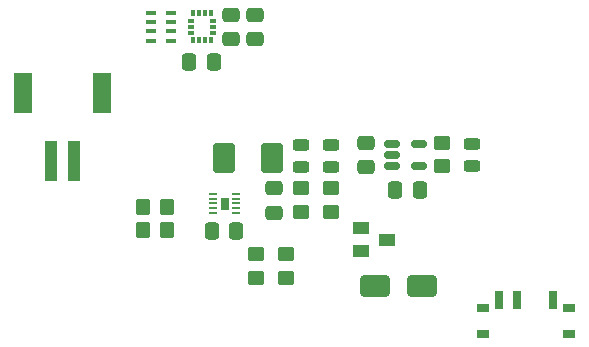
<source format=gbr>
%TF.GenerationSoftware,KiCad,Pcbnew,9.0.2*%
%TF.CreationDate,2025-11-18T20:52:18-03:00*%
%TF.ProjectId,Smart_insoles_2025_v1,536d6172-745f-4696-9e73-6f6c65735f32,rev?*%
%TF.SameCoordinates,Original*%
%TF.FileFunction,Paste,Bot*%
%TF.FilePolarity,Positive*%
%FSLAX46Y46*%
G04 Gerber Fmt 4.6, Leading zero omitted, Abs format (unit mm)*
G04 Created by KiCad (PCBNEW 9.0.2) date 2025-11-18 20:52:18*
%MOMM*%
%LPD*%
G01*
G04 APERTURE LIST*
G04 Aperture macros list*
%AMRoundRect*
0 Rectangle with rounded corners*
0 $1 Rounding radius*
0 $2 $3 $4 $5 $6 $7 $8 $9 X,Y pos of 4 corners*
0 Add a 4 corners polygon primitive as box body*
4,1,4,$2,$3,$4,$5,$6,$7,$8,$9,$2,$3,0*
0 Add four circle primitives for the rounded corners*
1,1,$1+$1,$2,$3*
1,1,$1+$1,$4,$5*
1,1,$1+$1,$6,$7*
1,1,$1+$1,$8,$9*
0 Add four rect primitives between the rounded corners*
20,1,$1+$1,$2,$3,$4,$5,0*
20,1,$1+$1,$4,$5,$6,$7,0*
20,1,$1+$1,$6,$7,$8,$9,0*
20,1,$1+$1,$8,$9,$2,$3,0*%
G04 Aperture macros list end*
%ADD10C,0.010000*%
%ADD11RoundRect,0.250000X0.337500X0.475000X-0.337500X0.475000X-0.337500X-0.475000X0.337500X-0.475000X0*%
%ADD12RoundRect,0.250000X0.450000X-0.350000X0.450000X0.350000X-0.450000X0.350000X-0.450000X-0.350000X0*%
%ADD13RoundRect,0.250000X0.350000X0.450000X-0.350000X0.450000X-0.350000X-0.450000X0.350000X-0.450000X0*%
%ADD14RoundRect,0.250000X-0.475000X0.337500X-0.475000X-0.337500X0.475000X-0.337500X0.475000X0.337500X0*%
%ADD15RoundRect,0.285750X0.666750X0.984250X-0.666750X0.984250X-0.666750X-0.984250X0.666750X-0.984250X0*%
%ADD16RoundRect,0.250000X1.000000X0.650000X-1.000000X0.650000X-1.000000X-0.650000X1.000000X-0.650000X0*%
%ADD17R,0.760000X0.220000*%
%ADD18R,1.000000X0.800000*%
%ADD19R,0.700000X1.500000*%
%ADD20RoundRect,0.250000X-0.337500X-0.475000X0.337500X-0.475000X0.337500X0.475000X-0.337500X0.475000X0*%
%ADD21R,0.900000X0.400000*%
%ADD22RoundRect,0.243750X-0.456250X0.243750X-0.456250X-0.243750X0.456250X-0.243750X0.456250X0.243750X0*%
%ADD23RoundRect,0.150000X-0.512500X-0.150000X0.512500X-0.150000X0.512500X0.150000X-0.512500X0.150000X0*%
%ADD24R,1.000000X3.500000*%
%ADD25R,1.500000X3.400000*%
%ADD26R,1.400000X1.000000*%
%ADD27R,0.350000X0.575000*%
%ADD28R,0.575000X0.350000*%
G04 APERTURE END LIST*
D10*
%TO.C,U7*%
X129550000Y-87750000D02*
X128980000Y-87750000D01*
X128980000Y-86800000D01*
X129550000Y-86800000D01*
X129550000Y-87750000D01*
G36*
X129550000Y-87750000D02*
G01*
X128980000Y-87750000D01*
X128980000Y-86800000D01*
X129550000Y-86800000D01*
X129550000Y-87750000D01*
G37*
%TD*%
D11*
%TO.C,C16*%
X130250000Y-89600000D03*
X128175000Y-89600000D03*
%TD*%
D12*
%TO.C,R25*%
X134425000Y-93600000D03*
X134425000Y-91600000D03*
%TD*%
D13*
%TO.C,R13*%
X124350000Y-89550000D03*
X122350000Y-89550000D03*
%TD*%
D14*
%TO.C,C15*%
X129830000Y-71317500D03*
X129830000Y-73392500D03*
%TD*%
D13*
%TO.C,R27*%
X124350000Y-87550000D03*
X122350000Y-87550000D03*
%TD*%
D15*
%TO.C,TH1*%
X133250000Y-83400000D03*
X129186000Y-83400000D03*
%TD*%
D11*
%TO.C,C24*%
X128330000Y-75317500D03*
X126255000Y-75317500D03*
%TD*%
D12*
%TO.C,R26*%
X131925000Y-93600000D03*
X131925000Y-91600000D03*
%TD*%
%TO.C,R28*%
X147700000Y-84150000D03*
X147700000Y-82150000D03*
%TD*%
D16*
%TO.C,D5*%
X145950000Y-94300000D03*
X141950000Y-94300000D03*
%TD*%
D17*
%TO.C,U7*%
X128280000Y-88075000D03*
X128280000Y-87675000D03*
X128280000Y-87275000D03*
X128280000Y-86875000D03*
X128280000Y-86475000D03*
X130250000Y-86475000D03*
X130250000Y-86875000D03*
X130250000Y-87275000D03*
X130250000Y-87675000D03*
X130250000Y-88075000D03*
%TD*%
D18*
%TO.C,SW3*%
X158425000Y-98335000D03*
X158425000Y-96125000D03*
X151125000Y-98335000D03*
X151125000Y-96125000D03*
D19*
X157025000Y-95475000D03*
X154025000Y-95475000D03*
X152525000Y-95475000D03*
%TD*%
D20*
%TO.C,C23*%
X143700000Y-86150000D03*
X145775000Y-86150000D03*
%TD*%
D21*
%TO.C,RN1*%
X124680000Y-71117500D03*
X124680000Y-71917500D03*
X124680000Y-72717500D03*
X124680000Y-73517500D03*
X122980000Y-73517500D03*
X122980000Y-72717500D03*
X122980000Y-71917500D03*
X122980000Y-71117500D03*
%TD*%
D22*
%TO.C,D2*%
X150200000Y-82212500D03*
X150200000Y-84087500D03*
%TD*%
D23*
%TO.C,U1*%
X143425000Y-84150000D03*
X143425000Y-83200000D03*
X143425000Y-82250000D03*
X145700000Y-82250000D03*
X145700000Y-84150000D03*
%TD*%
D24*
%TO.C,J4*%
X114525000Y-83712500D03*
X116525000Y-83712500D03*
D25*
X112175000Y-77962500D03*
X118875000Y-77962500D03*
%TD*%
D22*
%TO.C,D1*%
X135750000Y-82325000D03*
X135750000Y-84200000D03*
%TD*%
D12*
%TO.C,R20*%
X138250000Y-87975000D03*
X138250000Y-85975000D03*
%TD*%
D14*
%TO.C,C14*%
X131830000Y-71317500D03*
X131830000Y-73392500D03*
%TD*%
D26*
%TO.C,Q2*%
X140825000Y-91300000D03*
X140825000Y-89400000D03*
X143025000Y-90350000D03*
%TD*%
D14*
%TO.C,C19*%
X133450000Y-86000000D03*
X133450000Y-88075000D03*
%TD*%
D22*
%TO.C,D3*%
X138250000Y-82325000D03*
X138250000Y-84200000D03*
%TD*%
D27*
%TO.C,U3*%
X126580000Y-71155000D03*
X127080000Y-71155000D03*
X127580000Y-71155000D03*
X128080000Y-71155000D03*
D28*
X128242500Y-71817500D03*
X128242500Y-72317500D03*
X128242500Y-72817500D03*
D27*
X128080000Y-73480000D03*
X127580000Y-73480000D03*
X127080000Y-73480000D03*
X126580000Y-73480000D03*
D28*
X126417500Y-72817500D03*
X126417500Y-72317500D03*
X126417500Y-71817500D03*
%TD*%
D14*
%TO.C,C22*%
X141200000Y-82150000D03*
X141200000Y-84225000D03*
%TD*%
D12*
%TO.C,R21*%
X135750000Y-87975000D03*
X135750000Y-85975000D03*
%TD*%
M02*

</source>
